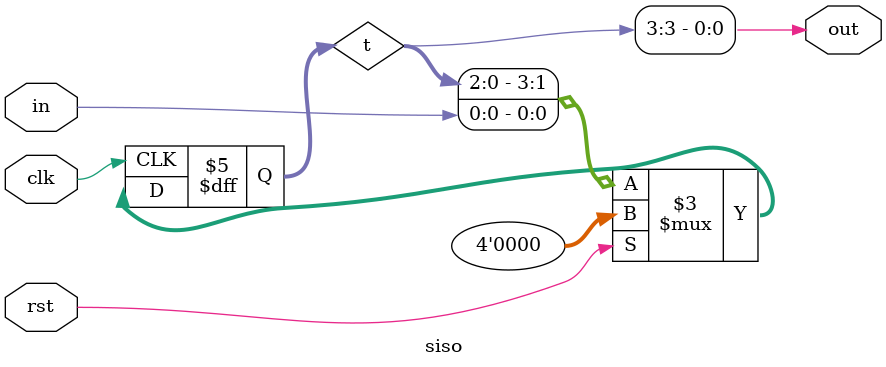
<source format=v>
`timescale 1ns / 1ps


module siso(in,rst,clk,out);
    input in;
    input clk,rst;
    output out;
    
    reg [3:0]t ;
    
    assign out = t[3];
    always@(posedge clk) begin
        if (rst)
            t <= 0;
        else begin
            t <= {t[2:0],in};
            //out <= t[3];
        end
        
    end
endmodule

</source>
